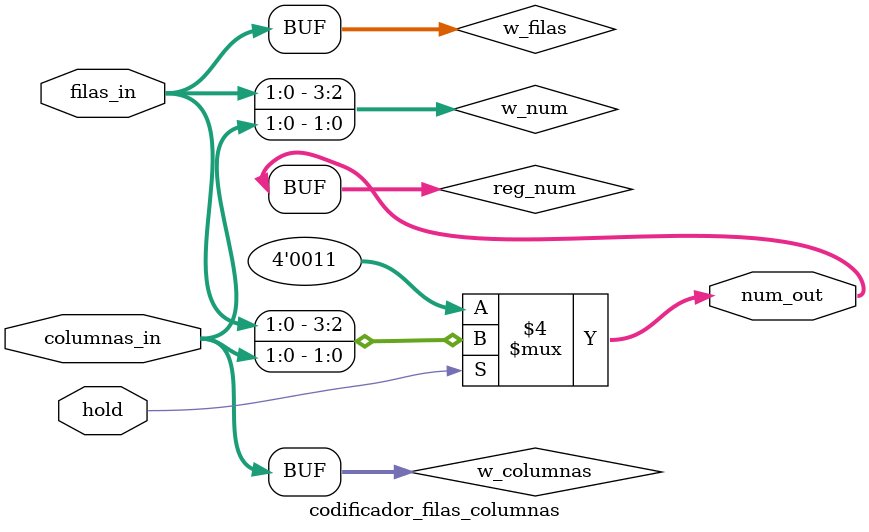
<source format=v>

module codificador_filas_columnas(
	input [1:0] filas_in,
	input [1:0] columnas_in,
	input hold,
	output wire [3:0]num_out
);


//Declaracion de registrosy wires
reg [3:0]reg_num = 4'b011; //Tecla A
wire [1:0]w_filas;
wire [1:0]w_columnas;
wire [3:0]w_num;

//Conexion de wires
assign w_filas[1:0] = filas_in[1:0];
assign w_columnas[1:0] = columnas_in[1:0];
assign w_num = {w_filas,w_columnas};
assign num_out = reg_num;

//Logica de salida
always@(*)
begin
	if(hold)
		reg_num = w_num;
	else
		reg_num = 4'b011;
end


	

endmodule

</source>
